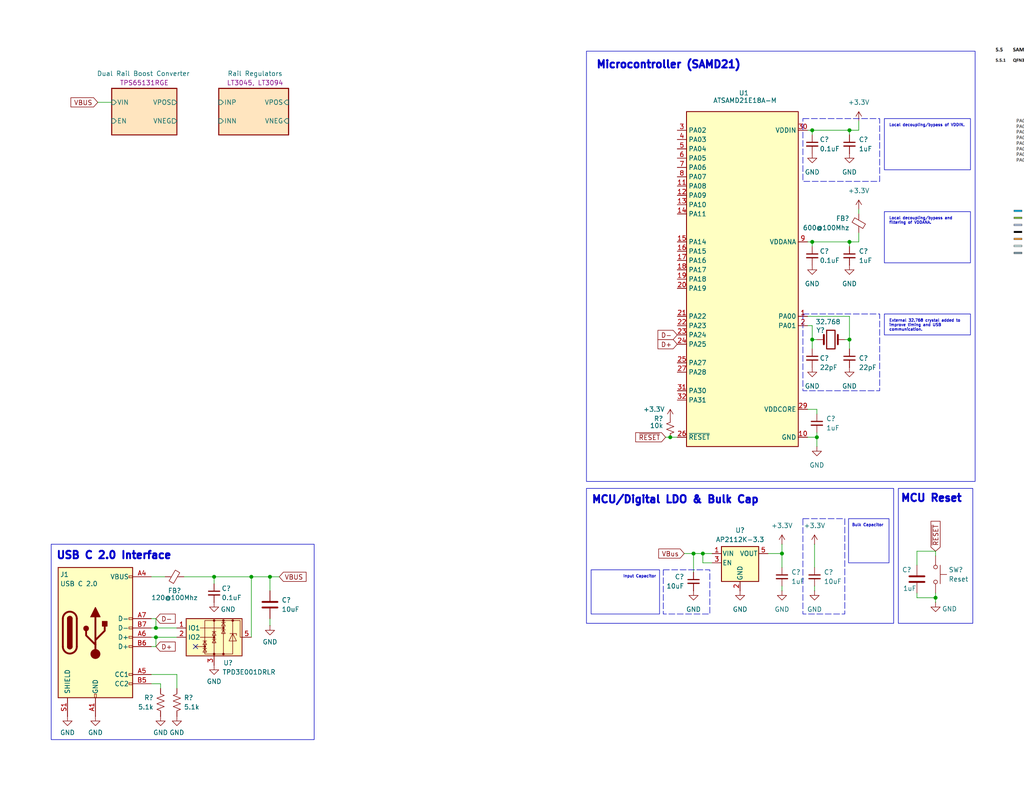
<source format=kicad_sch>
(kicad_sch (version 20250114) (generator "eeschema") (generator_version "9.0")
  (paper "A")
  (title_block (title "Carrier-Wave") (date "2026-02-10") (rev "A") (company "Jacob Wigent"))
  (lib_symbols
    (symbol "Connector:USB_C_Receptacle_USB2.0_14P" (pin_names (offset 1.016))
      (property "Reference" "J1" (at -7.239 15.875 0))
      (property "Value" "USB C 2.0" (at 0.635 13.335 0))
      (symbol "USB_C_Receptacle_USB2.0_14P_0_0"
        (rectangle (start -0.254 -17.78) (end 0.254 -16.764))
        (rectangle (start 10.16 15.494) (end 9.144 14.986))
        (rectangle (start 10.16 4.064) (end 9.144 3.556))
        (rectangle (start 10.16 1.524) (end 9.144 1.016))
        (rectangle (start 10.16 -1.016) (end 9.144 -1.524))
        (rectangle (start 10.16 -3.556) (end 9.144 -4.064))
        (rectangle (start 10.16 -11.176) (end 9.144 -11.684))
        (rectangle (start 10.16 -13.716) (end 9.144 -14.224))
      )
      (symbol "USB_C_Receptacle_USB2.0_14P_0_1"
        (rectangle (start -10.16 17.78) (end 10.16 -17.78) (stroke (width 0.254)) (fill (type background)))
        (polyline (pts (xy -8.89 -3.81) (xy -8.89 3.81)) (stroke (width 0.508)))
        (rectangle (start -7.62 -3.81) (end -6.35 3.81) (stroke (width 0.254)) (fill (type outline)))
        (arc (start -7.62 3.81) (mid -6.985 4.4423) (end -6.35 3.81) (stroke (width 0.254)))
        (arc (start -7.62 3.81) (mid -6.985 4.4423) (end -6.35 3.81) (stroke (width 0.254)) (fill (type outline)))
        (arc (start -8.89 3.81) (mid -6.985 5.7067) (end -5.08 3.81) (stroke (width 0.508)))
        (arc (start -5.08 -3.81) (mid -6.985 -5.7067) (end -8.89 -3.81) (stroke (width 0.508)))
        (arc (start -6.35 -3.81) (mid -6.985 -4.4423) (end -7.62 -3.81) (stroke (width 0.254)))
        (arc (start -6.35 -3.81) (mid -6.985 -4.4423) (end -7.62 -3.81) (stroke (width 0.254)) (fill (type outline)))
        (polyline (pts (xy -5.08 3.81) (xy -5.08 -3.81)) (stroke (width 0.508)))
        (circle (center -2.54 1.143) (radius 0.635) (stroke (width 0.254)) (fill (type outline)))
        (polyline (pts (xy -1.27 4.318) (xy 0 6.858) (xy 1.27 4.318) (xy -1.27 4.318)) (stroke (width 0.254)) (fill (type outline)))
        (polyline (pts (xy 0 -2.032) (xy 2.54 0.508) (xy 2.54 1.778)) (stroke (width 0.508)))
        (polyline (pts (xy 0 -3.302) (xy -2.54 -0.762) (xy -2.54 0.508)) (stroke (width 0.508)))
        (polyline (pts (xy 0 -5.842) (xy 0 4.318)) (stroke (width 0.508)))
        (circle (center 0 -5.842) (radius 1.27) (fill (type outline)))
        (rectangle (start 1.905 1.778) (end 3.175 3.048) (stroke (width 0.254)) (fill (type outline)))
      )
      (symbol "USB_C_Receptacle_USB2.0_14P_1_1"
        (pin passive line (at -7.62 -22.86 90) (length 5.08) (name "SHIELD") (number "S1"))
        (pin passive line (at 0 -22.86 90) (length 5.08) (name "GND") (number "A1"))
        (pin passive line (at 0 -22.86 90) (length 5.08) (hide yes) (name "GND") (number "A12"))
        (pin passive line (at 0 -22.86 90) (length 5.08) (hide yes) (name "GND") (number "B1"))
        (pin passive line (at 0 -22.86 90) (length 5.08) (hide yes) (name "GND") (number "B12"))
        (pin passive line (at 15.24 15.24 180) (length 5.08) (name "VBUS") (number "A4"))
        (pin passive line (at 15.24 15.24 180) (length 5.08) (hide yes) (name "VBUS") (number "A9"))
        (pin passive line (at 15.24 15.24 180) (length 5.08) (hide yes) (name "VBUS") (number "B4"))
        (pin passive line (at 15.24 15.24 180) (length 5.08) (hide yes) (name "VBUS") (number "B9"))
        (pin bidirectional line (at 15.24 3.81 180) (length 5.08) (name "D-") (number "A7"))
        (pin bidirectional line (at 15.24 1.27 180) (length 5.08) (name "D-") (number "B7"))
        (pin bidirectional line (at 15.24 -1.27 180) (length 5.08) (name "D+") (number "A6"))
        (pin bidirectional line (at 15.24 -3.81 180) (length 5.08) (name "D+") (number "B6"))
        (pin bidirectional line (at 15.24 -11.43 180) (length 5.08) (name "CC1") (number "A5"))
        (pin bidirectional line (at 15.24 -13.97 180) (length 5.08) (name "CC2") (number "B5"))
      )
    )
    (symbol "Device:C" (pin_numbers (hide yes)) (pin_names (offset 0.254))
      (property "Reference" "C" (at 0.635 2.54 0))
      (property "Value" "C" (at 0.635 -2.54 0))
      (symbol "C_0_1"
        (polyline (pts (xy -2.032 0.762) (xy 2.032 0.762)) (stroke (width 0.508)))
        (polyline (pts (xy -2.032 -0.762) (xy 2.032 -0.762)) (stroke (width 0.508)))
      )
      (symbol "C_1_1"
        (pin passive line (at 0 3.81 270) (length 2.794) (name "~") (number "1"))
        (pin passive line (at 0 -3.81 90) (length 2.794) (name "~") (number "2"))
      )
    )
    (symbol "Device:C_Small" (pin_numbers (hide yes)) (pin_names (offset 0.254) (hide yes))
      (property "Reference" "C" (at 0.254 1.778 0))
      (property "Value" "C_Small" (at 0.254 -2.032 0))
      (symbol "C_Small_0_1"
        (polyline (pts (xy -1.524 0.508) (xy 1.524 0.508)) (stroke (width 0.3048)))
        (polyline (pts (xy -1.524 -0.508) (xy 1.524 -0.508)) (stroke (width 0.3302)))
      )
      (symbol "C_Small_1_1"
        (pin passive line (at 0 2.54 270) (length 2.032) (name "~") (number "1"))
        (pin passive line (at 0 -2.54 90) (length 2.032) (name "~") (number "2"))
      )
    )
    (symbol "Device:Crystal" (pin_numbers (hide yes)) (pin_names (offset 1.016) (hide yes))
      (property "Reference" "Y" (at 0 3.81 0))
      (property "Value" "Crystal" (at 0 -3.81 0))
      (symbol "Crystal_0_1"
        (polyline (pts (xy -2.54 0) (xy -1.905 0)))
        (polyline (pts (xy -1.905 -1.27) (xy -1.905 1.27)) (stroke (width 0.508)))
        (rectangle (start -1.143 2.54) (end 1.143 -2.54) (stroke (width 0.3048)))
        (polyline (pts (xy 1.905 -1.27) (xy 1.905 1.27)) (stroke (width 0.508)))
        (polyline (pts (xy 2.54 0) (xy 1.905 0)))
      )
      (symbol "Crystal_1_1"
        (pin passive line (at -3.81 0 0) (length 1.27) (name "1") (number "1"))
        (pin passive line (at 3.81 0 180) (length 1.27) (name "2") (number "2"))
      )
    )
    (symbol "Device:FerriteBead_Small" (pin_numbers (hide yes)) (pin_names (offset 0))
      (property "Reference" "FB" (at 1.905 1.27 0))
      (property "Value" "FerriteBead_Small" (at 1.905 -1.27 0))
      (symbol "FerriteBead_Small_0_1"
        (polyline (pts (xy -1.8288 0.2794) (xy -1.1176 1.4986) (xy 1.8288 -0.2032) (xy 1.1176 -1.4224) (xy -1.8288 0.2794)))
        (polyline (pts (xy 0 0.889) (xy 0 1.2954)))
        (polyline (pts (xy 0 -1.27) (xy 0 -0.7874)))
      )
      (symbol "FerriteBead_Small_1_1"
        (pin passive line (at 0 2.54 270) (length 1.27) (name "~") (number "1"))
        (pin passive line (at 0 -2.54 90) (length 1.27) (name "~") (number "2"))
      )
    )
    (symbol "Device:R_Small_US" (pin_numbers (hide yes)) (pin_names (offset 0.254) (hide yes))
      (property "Reference" "R" (at 0.762 0.508 0))
      (property "Value" "R_Small_US" (at 0.762 -1.016 0))
      (symbol "R_Small_US_1_1"
        (polyline (pts (xy 0 1.524) (xy 1.016 1.143) (xy 0 0.762) (xy -1.016 0.381) (xy 0 0)))
        (polyline (pts (xy 0 0) (xy 1.016 -0.381) (xy 0 -0.762) (xy -1.016 -1.143) (xy 0 -1.524)))
        (pin passive line (at 0 2.54 270) (length 1.016) (name "~") (number "1"))
        (pin passive line (at 0 -2.54 90) (length 1.016) (name "~") (number "2"))
      )
    )
    (symbol "Device:R_US" (pin_numbers (hide yes)) (pin_names (offset 0))
      (property "Reference" "R" (at 2.54 0 90))
      (property "Value" "R_US" (at -2.54 0 90))
      (symbol "R_US_0_1"
        (polyline (pts (xy 0 2.286) (xy 0 2.54)))
        (polyline (pts (xy 0 2.286) (xy 1.016 1.905) (xy 0 1.524) (xy -1.016 1.143) (xy 0 0.762)))
        (polyline (pts (xy 0 0.762) (xy 1.016 0.381) (xy 0 0) (xy -1.016 -0.381) (xy 0 -0.762)))
        (polyline (pts (xy 0 -0.762) (xy 1.016 -1.143) (xy 0 -1.524) (xy -1.016 -1.905) (xy 0 -2.286)))
        (polyline (pts (xy 0 -2.286) (xy 0 -2.54)))
      )
      (symbol "R_US_1_1"
        (pin passive line (at 0 3.81 270) (length 1.27) (name "~") (number "1"))
        (pin passive line (at 0 -3.81 90) (length 1.27) (name "~") (number "2"))
      )
    )
    (symbol "MCU_Microchip_SAMD:ATSAMD21E18A-M"
      (property "Reference" "U1" (at 1.778 50.8 0))
      (property "Value" "ATSAMD21E18A-M" (at 9.398 48.768 0))
      (symbol "ATSAMD21E18A-M_1_1"
        (rectangle (start -15.24 45.72) (end 15.24 -45.72) (stroke (width 0.254)) (fill (type background)))
        (pin bidirectional line (at -17.78 40.64 0) (length 2.54) (name "PA02") (number "3"))
        (pin bidirectional line (at -17.78 38.1 0) (length 2.54) (name "PA03") (number "4"))
        (pin bidirectional line (at -17.78 35.56 0) (length 2.54) (name "PA04") (number "5"))
        (pin bidirectional line (at -17.78 33.02 0) (length 2.54) (name "PA05") (number "6"))
        (pin bidirectional line (at -17.78 30.48 0) (length 2.54) (name "PA06") (number "7"))
        (pin bidirectional line (at -17.78 27.94 0) (length 2.54) (name "PA07") (number "8"))
        (pin bidirectional line (at -17.78 25.4 0) (length 2.54) (name "PA08") (number "11"))
        (pin bidirectional line (at -17.78 22.86 0) (length 2.54) (name "PA09") (number "12"))
        (pin bidirectional line (at -17.78 20.32 0) (length 2.54) (name "PA10") (number "13"))
        (pin bidirectional line (at -17.78 17.78 0) (length 2.54) (name "PA11") (number "14"))
        (pin bidirectional line (at -17.78 10.16 0) (length 2.54) (name "PA14") (number "15"))
        (pin bidirectional line (at -17.78 7.62 0) (length 2.54) (name "PA15") (number "16"))
        (pin bidirectional line (at -17.78 5.08 0) (length 2.54) (name "PA16") (number "17"))
        (pin bidirectional line (at -17.78 2.54 0) (length 2.54) (name "PA17") (number "18"))
        (pin bidirectional line (at -17.78 0 0) (length 2.54) (name "PA18") (number "19"))
        (pin bidirectional line (at -17.78 -2.54 0) (length 2.54) (name "PA19") (number "20"))
        (pin bidirectional line (at -17.78 -10.16 0) (length 2.54) (name "PA22") (number "21"))
        (pin bidirectional line (at -17.78 -12.7 0) (length 2.54) (name "PA23") (number "22"))
        (pin bidirectional line (at -17.78 -15.24 0) (length 2.54) (name "PA24") (number "23"))
        (pin bidirectional line (at -17.78 -17.78 0) (length 2.54) (name "PA25") (number "24"))
        (pin bidirectional line (at -17.78 -22.86 0) (length 2.54) (name "PA27") (number "25"))
        (pin bidirectional line (at -17.78 -25.4 0) (length 2.54) (name "PA28") (number "27"))
        (pin bidirectional line (at -17.78 -30.48 0) (length 2.54) (name "PA30") (number "31"))
        (pin bidirectional line (at -17.78 -33.02 0) (length 2.54) (name "PA31") (number "32"))
        (pin input line (at -17.78 -43.18 0) (length 2.54) (name "~{RESET}") (number "26"))
        (pin power_in line (at 17.78 40.64 180) (length 2.54) (name "VDDIN") (number "30"))
        (pin power_in line (at 17.78 10.16 180) (length 2.54) (name "VDDANA") (number "9"))
        (pin bidirectional line (at 17.78 -10.16 180) (length 2.54) (name "PA00") (number "1"))
        (pin bidirectional line (at 17.78 -12.7 180) (length 2.54) (name "PA01") (number "2"))
        (pin power_out line (at 17.78 -35.56 180) (length 2.54) (name "VDDCORE") (number "29"))
        (pin power_in line (at 17.78 -43.18 180) (length 2.54) (name "GND") (number "10"))
        (pin passive line (at 17.78 -43.18 180) (length 2.54) (hide yes) (name "GND") (number "28"))
        (pin passive line (at 17.78 -43.18 180) (length 2.54) (hide yes) (name "EP") (number "33"))
      )
    )
    (symbol "Power_Protection:TPD3E001DRLR"
      (property "Reference" "U?" (at 0 8.89 0))
      (property "Value" "TPD3E001DRLR" (at 0 6.35 0))
      (symbol "TPD3E001DRLR_0_1"
        (rectangle (start -7.62 5.08) (end 7.62 -5.08) (stroke (width 0.254)) (fill (type background)))
        (polyline (pts (xy -7.62 0) (xy -7.112 0) (xy -7.112 4.572) (xy -5.08 4.572)))
        (circle (center -5.08 4.572) (radius 0.254) (fill (type outline)))
        (polyline (pts (xy -5.08 1.016) (xy -6.096 -1.016) (xy -4.064 -1.016) (xy -5.08 1.016)))
        (polyline (pts (xy -4.318 1.016) (xy -6.096 1.016) (xy -6.096 0.508)))
        (circle (center -2.54 4.572) (radius 0.254) (fill (type outline)))
        (polyline (pts (xy -2.54 4.572) (xy -2.54 -4.572)))
        (polyline (pts (xy -2.54 4.064) (xy -3.048 3.048) (xy -2.032 3.048) (xy -2.54 4.064)))
        (circle (center -2.54 2.54) (radius 0.254) (fill (type outline)))
        (polyline (pts (xy -2.54 2.54) (xy 3.81 2.54)))
        (polyline (pts (xy -2.54 2.032) (xy -3.048 1.016) (xy -2.032 1.016) (xy -2.54 2.032)))
        (circle (center -2.54 -4.572) (radius 0.254) (fill (type outline)))
        (polyline (pts (xy -2.032 4.064) (xy -3.048 4.064)))
        (polyline (pts (xy -2.032 2.032) (xy -3.048 2.032)))
        (circle (center 0 4.572) (radius 0.254) (fill (type outline)))
        (polyline (pts (xy 0 1.524) (xy -0.508 0.508) (xy 0.508 0.508) (xy 0 1.524)))
        (polyline (pts (xy 0 0) (xy 3.81 0)))
        (circle (center 0 0) (radius 0.254) (fill (type outline)))
        (polyline (pts (xy 0 -0.508) (xy -0.508 -1.524) (xy 0.508 -1.524) (xy 0 -0.508)))
        (circle (center 0 -4.572) (radius 0.254) (fill (type outline)))
        (polyline (pts (xy 0 -5.08) (xy 0 4.572)))
        (polyline (pts (xy 0.508 1.524) (xy -0.508 1.524)))
        (polyline (pts (xy 0.508 -0.508) (xy -0.508 -0.508)))
        (polyline (pts (xy 2.54 -1.016) (xy 2.032 -2.032) (xy 3.048 -2.032) (xy 2.54 -1.016)))
        (polyline (pts (xy 2.54 -2.54) (xy 5.08 -2.54)))
        (circle (center 2.54 -2.54) (radius 0.254) (fill (type outline)))
        (polyline (pts (xy 2.54 -3.048) (xy 2.032 -4.064) (xy 3.048 -4.064) (xy 2.54 -3.048)))
        (rectangle (start 2.54 -4.572) (end -5.08 4.572))
        (polyline (pts (xy 3.048 -1.016) (xy 2.032 -1.016)))
        (polyline (pts (xy 3.048 -3.048) (xy 2.032 -3.048)))
      )
      (symbol "TPD3E001DRLR_1_1"
        (pin passive line (at -10.16 0 0) (length 2.54) (name "~") (number "5"))
        (pin passive line (at 0 -7.62 90) (length 2.54) (name "~") (number "3"))
        (pin passive line (at 5.08 -2.54 180) (length 2.54) (hide yes) (name "IO3") (number "4"))
        (pin passive line (at 10.16 2.54 180) (length 2.54) (name "IO1") (number "1"))
        (pin passive line (at 10.16 0 180) (length 2.54) (name "IO2") (number "2"))
      )
    )
    (symbol "Regulator_Linear:AP2112K-3.3" (pin_names (offset 0.254))
      (property "Reference" "U" (at -5.08 5.715 0))
      (property "Value" "AP2112K-3.3" (at 0 5.715 0))
      (symbol "AP2112K-3.3_0_1"
        (rectangle (start -5.08 4.445) (end 5.08 -5.08) (stroke (width 0.254)) (fill (type background)))
      )
      (symbol "AP2112K-3.3_1_1"
        (pin power_in line (at -7.62 2.54 0) (length 2.54) (name "VIN") (number "1"))
        (pin input line (at -7.62 0 0) (length 2.54) (name "EN") (number "3"))
        (pin power_in line (at 0 -7.62 90) (length 2.54) (name "GND") (number "2"))
        (pin no_connect line (at 5.08 0 180) (length 2.54) (hide yes) (name "NC") (number "4"))
        (pin power_out line (at 7.62 2.54 180) (length 2.54) (name "VOUT") (number "5"))
      )
    )
    (symbol "Switch:SW_Push" (pin_numbers (hide yes)) (pin_names (offset 1.016) (hide yes))
      (property "Reference" "SW" (at 1.27 2.54 0))
      (property "Value" "SW_Push" (at 0 -1.524 0))
      (symbol "SW_Push_0_1"
        (circle (center -2.032 0) (radius 0.508))
        (polyline (pts (xy 0 1.27) (xy 0 3.048)))
        (circle (center 2.032 0) (radius 0.508))
        (polyline (pts (xy 2.54 1.27) (xy -2.54 1.27)))
        (pin passive line (at -5.08 0 0) (length 2.54) (name "1") (number "1"))
        (pin passive line (at 5.08 0 180) (length 2.54) (name "2") (number "2"))
      )
    )
    (symbol "power:+3.3V" (power) (pin_numbers (hide yes)) (pin_names (offset 0) (hide yes))
      (property "Value" "+3.3V" (at 0 3.556 0))
      (symbol "+3.3V_0_1"
        (polyline (pts (xy -0.762 1.27) (xy 0 2.54)))
        (polyline (pts (xy 0 2.54) (xy 0.762 1.27)))
        (polyline (pts (xy 0 0) (xy 0 2.54)))
      )
      (symbol "+3.3V_1_1"
        (pin power_in line (at 0 0 90) (length 0) (name "~") (number "1"))
      )
    )
    (symbol "power:GND" (power) (pin_numbers (hide yes)) (pin_names (offset 0) (hide yes))
      (property "Value" "GND" (at 0 -3.81 0))
      (symbol "GND_0_1"
        (polyline (pts (xy 0 0) (xy 0 -1.27) (xy 1.27 -1.27) (xy 0 -2.54) (xy -1.27 -1.27) (xy 0 -1.27)))
      )
      (symbol "GND_1_1"
        (pin power_in line (at 0 0 270) (length 0) (name "~") (number "1"))
      )
    )
  )
  (rectangle (start 180.975 155.575) (end 193.675 167.64) (stroke (width 0) (type dash)))
  (rectangle (start 219.075 141.605) (end 230.505 167.64) (stroke (width 0) (type dash)))
  (rectangle (start 241.3 32.385) (end 264.795 46.355))
  (rectangle (start 219.075 85.725) (end 240.03 106.68) (stroke (width 0) (type dash)))
  (rectangle (start 160.02 13.97) (end 266.065 131.445))
  (rectangle (start 241.3 85.725) (end 264.795 91.44))
  (rectangle (start 160.02 133.35) (end 243.8401 170.18))
  (rectangle (start 219.075 32.385) (end 240.03 49.53) (stroke (width 0) (type dash)))
  (rectangle (start 161.29 155.575) (end 179.959 167.64))
  (rectangle (start 241.3 57.785) (end 264.795 71.755))
  (rectangle (start 245.1099 133.35) (end 265.43 170.18))
  (rectangle (start 13.97 148.59) (end 85.725 201.93))
  (rectangle (start 231.521 141.605) (end 242.57 153.67))
  (text "Bulk Capacitor" (at 232.41 143.51 0) (effects (font (size 0.762 0.762) (thickness 0.1524) (bold yes)) (justify left)))
  (text "External 32.768 crystal added to\nimprove timing and USB\ncommunication." (at 242.57 88.9 0) (effects (font (size 0.762 0.762) (thickness 0.1524) (bold yes)) (justify left)))
  (text "Local decoupling/bypass and\nfiltering of VDDANA." (at 242.57 60.325 0) (effects (font (size 0.762 0.762) (thickness 0.1524) (bold yes)) (justify left)))
  (text "Input Capacitor\n" (at 179.07 157.48 0) (effects (font (size 0.762 0.762) (thickness 0.1524) (bold yes)) (justify right)))
  (text "Local decoupling/bypass of VDDIN." (at 242.57 34.29 0) (effects (font (size 0.762 0.762) (thickness 0.1524) (bold yes)) (justify left)))
  (text "Microcontroller (SAMD21)" (at 162.56 17.78 0) (effects (font (size 2.032 2.032) (thickness 0.6096) (bold yes)) (justify left)))
  (text "USB C 2.0 Interface" (at 15.24 151.765 0) (effects (font (size 2.032 2.032) (thickness 0.6096) (bold yes)) (justify left)))
  (text "MCU/Digital LDO & Bulk Cap" (at 161.29 136.525 0) (effects (font (size 2.032 2.032) (thickness 0.6096) (bold yes)) (justify left)))
  (text "MCU Reset" (at 245.618 136.144 0) (effects (font (size 2.032 2.032) (thickness 0.6096) (bold yes)) (justify left)))
  (junction (at 221.615 92.71))
  (junction (at 191.77 151.13))
  (junction (at 222.885 119.38))
  (junction (at 213.36 151.13))
  (junction (at 221.615 66.04))
  (junction (at 42.545 173.99))
  (junction (at 68.58 157.48))
  (junction (at 255.27 163.195))
  (junction (at 189.23 151.13))
  (junction (at 231.775 66.04))
  (junction (at 182.88 119.38))
  (junction (at 231.775 92.71))
  (junction (at 231.775 35.56))
  (junction (at 58.42 157.48))
  (junction (at 73.66 157.48))
  (junction (at 221.615 35.56))
  (junction (at 42.545 171.45))
  (no_connect (at 53.34 176.53))
  (wire (pts (xy 222.885 119.38) (xy 222.885 121.92)))
  (wire (pts (xy 186.69 151.13) (xy 189.23 151.13)))
  (wire (pts (xy 182.88 119.38) (xy 184.785 119.38)))
  (wire (pts (xy 50.165 157.48) (xy 58.42 157.48)))
  (wire (pts (xy 255.27 164.465) (xy 255.27 163.195)))
  (wire (pts (xy 181.61 119.38) (xy 182.88 119.38)))
  (wire (pts (xy 213.36 154.94) (xy 213.36 151.13)))
  (wire (pts (xy 234.315 63.5) (xy 234.315 66.04)))
  (wire (pts (xy 220.345 111.76) (xy 222.885 111.76)))
  (wire (pts (xy 255.27 150.495) (xy 255.27 151.765)))
  (wire (pts (xy 234.315 35.56) (xy 231.775 35.56)))
  (wire (pts (xy 73.66 157.48) (xy 73.66 161.29)))
  (wire (pts (xy 220.345 86.36) (xy 231.775 86.36)))
  (wire (pts (xy 191.77 151.13) (xy 194.31 151.13)))
  (wire (pts (xy 234.315 57.15) (xy 234.315 58.42)))
  (wire (pts (xy 220.345 119.38) (xy 222.885 119.38)))
  (wire (pts (xy 255.27 163.195) (xy 250.19 163.195)))
  (wire (pts (xy 231.775 66.04) (xy 231.775 67.31)))
  (wire (pts (xy 41.275 168.91) (xy 42.545 168.91)))
  (wire (pts (xy 231.775 92.71) (xy 230.505 92.71)))
  (wire (pts (xy 221.615 92.71) (xy 222.885 92.71)))
  (wire (pts (xy 221.615 92.71) (xy 221.615 95.25)))
  (wire (pts (xy 222.25 160.02) (xy 222.25 161.29)))
  (wire (pts (xy 68.58 157.48) (xy 73.66 157.48)))
  (wire (pts (xy 221.615 88.9) (xy 221.615 92.71)))
  (wire (pts (xy 189.23 151.13) (xy 189.23 156.21)))
  (wire (pts (xy 191.77 153.67) (xy 194.31 153.67)))
  (wire (pts (xy 41.275 184.15) (xy 48.26 184.15)))
  (wire (pts (xy 231.775 86.36) (xy 231.775 92.71)))
  (wire (pts (xy 42.545 176.53) (xy 42.545 173.99)))
  (wire (pts (xy 68.58 157.48) (xy 68.58 173.99)))
  (wire (pts (xy 220.345 88.9) (xy 221.615 88.9)))
  (wire (pts (xy 250.19 150.495) (xy 250.19 154.305)))
  (wire (pts (xy 221.615 35.56) (xy 231.775 35.56)))
  (wire (pts (xy 213.36 160.02) (xy 213.36 161.29)))
  (wire (pts (xy 234.315 33.02) (xy 234.315 35.56)))
  (wire (pts (xy 41.275 157.48) (xy 45.085 157.48)))
  (wire (pts (xy 42.545 171.45) (xy 48.26 171.45)))
  (wire (pts (xy 58.42 157.48) (xy 58.42 159.385)))
  (wire (pts (xy 220.345 66.04) (xy 221.615 66.04)))
  (wire (pts (xy 255.27 161.925) (xy 255.27 163.195)))
  (wire (pts (xy 73.66 170.815) (xy 73.66 168.91)))
  (wire (pts (xy 213.36 148.59) (xy 213.36 151.13)))
  (wire (pts (xy 41.275 171.45) (xy 42.545 171.45)))
  (wire (pts (xy 48.26 184.15) (xy 48.26 187.96)))
  (wire (pts (xy 73.66 157.48) (xy 76.2 157.48)))
  (wire (pts (xy 41.275 173.99) (xy 42.545 173.99)))
  (wire (pts (xy 221.615 66.04) (xy 221.615 67.31)))
  (wire (pts (xy 26.67 27.94) (xy 30.48 27.94)))
  (wire (pts (xy 42.545 168.91) (xy 42.545 171.45)))
  (wire (pts (xy 42.545 173.99) (xy 48.26 173.99)))
  (wire (pts (xy 58.42 157.48) (xy 68.58 157.48)))
  (wire (pts (xy 221.615 66.04) (xy 231.775 66.04)))
  (wire (pts (xy 220.345 35.56) (xy 221.615 35.56)))
  (wire (pts (xy 191.77 151.13) (xy 191.77 153.67)))
  (wire (pts (xy 43.815 186.69) (xy 43.815 187.96)))
  (wire (pts (xy 231.775 92.71) (xy 231.775 95.25)))
  (wire (pts (xy 222.885 118.11) (xy 222.885 119.38)))
  (wire (pts (xy 209.55 151.13) (xy 213.36 151.13)))
  (wire (pts (xy 222.885 111.76) (xy 222.885 113.03)))
  (wire (pts (xy 255.27 150.495) (xy 250.19 150.495)))
  (wire (pts (xy 221.615 35.56) (xy 221.615 36.83)))
  (wire (pts (xy 250.19 163.195) (xy 250.19 161.925)))
  (wire (pts (xy 189.23 151.13) (xy 191.77 151.13)))
  (wire (pts (xy 41.275 176.53) (xy 42.545 176.53)))
  (wire (pts (xy 231.775 35.56) (xy 231.775 36.83)))
  (wire (pts (xy 41.275 186.69) (xy 43.815 186.69)))
  (wire (pts (xy 222.25 148.59) (xy 222.25 154.94)))
  (wire (pts (xy 234.315 66.04) (xy 231.775 66.04)))
  (image (at 294.005 41.91) (scale 0.316356))
  (global_label "~{RESET}" (shape input) (at 255.27 150.495 90) (property "Intersheetrefs" "${INTERSHEET_REFS}" (effects (hide yes))))
  (global_label "D-" (shape input) (at 42.545 168.91 0) (property "Intersheetrefs" "${INTERSHEET_REFS}" (effects (hide yes))))
  (global_label "VBUS" (shape input) (at 76.2 157.48 0) (property "Intersheetrefs" "${INTERSHEET_REFS}" (effects (hide yes))))
  (global_label "D-" (shape input) (at 184.785 91.44 180) (property "Intersheetrefs" "${INTERSHEET_REFS}" (effects (hide yes))))
  (global_label "D+" (shape input) (at 184.785 93.98 180) (property "Intersheetrefs" "${INTERSHEET_REFS}" (effects (hide yes))))
  (global_label "VBUS" (shape input) (at 26.67 27.94 180) (property "Intersheetrefs" "${INTERSHEET_REFS}" (effects (hide yes))))
  (global_label "D+" (shape input) (at 42.545 176.53 0) (property "Intersheetrefs" "${INTERSHEET_REFS}" (effects (hide yes))))
  (global_label "VBus" (shape input) (at 186.69 151.13 180) (property "Intersheetrefs" "${INTERSHEET_REFS}" (effects (hide yes))))
  (global_label "~{RESET}" (shape input) (at 181.61 119.38 180) (property "Intersheetrefs" "${INTERSHEET_REFS}" (effects (hide yes))))
  (symbol (lib_id "power:GND") (at 26.035 195.58 0) (unit 1)
    (property "Reference" "#PWR0114" (effects (hide yes)))
    (property "Value" "GND" (at 26.035 200.025 0))
    (property "Description" "Power symbol creates a global label with name \"GND\" , ground" (effects (hide yes)))
  )
  (symbol (lib_id "power:GND") (at 231.775 41.91 0) (unit 1)
    (property "Reference" "#PWR0108" (effects (hide yes)))
    (property "Value" "GND" (at 231.775 46.99 0))
    (property "Description" "Power symbol creates a global label with name \"GND\" , ground" (effects (hide yes)))
  )
  (symbol (lib_id "power:GND") (at 255.27 164.465 0) (unit 1)
    (property "Reference" "#PWR037" (effects (hide yes)))
    (property "Value" "GND" (at 259.08 166.243 0))
    (property "Description" "Power symbol creates a global label with name \"GND\" , ground" (effects (hide yes)))
  )
  (symbol (lib_id "power:GND") (at 221.615 72.39 0) (unit 1)
    (property "Reference" "#PWR0110" (effects (hide yes)))
    (property "Value" "GND" (at 221.615 77.47 0))
    (property "Description" "Power symbol creates a global label with name \"GND\" , ground" (effects (hide yes)))
  )
  (symbol (lib_id "Device:C_Small") (at 231.775 97.79 0) (unit 1)
    (property "Reference" "C?" (at 234.315 97.79 0) (effects (justify left)))
    (property "Value" "22pF" (at 234.315 100.33 0) (effects (justify left)))
    (property "Description" "Unpolarized capacitor, small symbol" (effects (hide yes)))
  )
  (symbol (lib_id "Device:R_US") (at 43.815 191.77 0) (unit 1)
    (property "Reference" "R?" (at 41.91 190.4999 0) (effects (justify right)))
    (property "Value" "5.1k" (at 41.91 193.0399 0) (effects (justify right)))
    (property "Description" "Resistor, US symbol" (effects (hide yes)))
  )
  (symbol (lib_id "Device:C_Small") (at 231.775 39.37 0) (unit 1)
    (property "Reference" "C?" (at 234.315 38.1062 0) (effects (justify left)))
    (property "Value" "1uF" (at 234.315 40.6462 0) (effects (justify left)))
    (property "Description" "Unpolarized capacitor, small symbol" (effects (hide yes)))
  )
  (symbol (lib_id "Device:C") (at 73.66 165.1 0) (unit 1)
    (property "Reference" "C?" (at 76.835 163.8299 0) (effects (justify left)))
    (property "Value" "10uF" (at 76.835 166.3699 0) (effects (justify left)))
    (property "Description" "Unpolarized capacitor" (effects (hide yes)))
  )
  (symbol (lib_id "power:GND") (at 231.775 100.33 0) (unit 1)
    (property "Reference" "#PWR0113" (effects (hide yes)))
    (property "Value" "GND" (at 231.775 105.41 0))
    (property "Description" "Power symbol creates a global label with name \"GND\" , ground" (effects (hide yes)))
  )
  (symbol (lib_id "power:+3.3V") (at 213.36 148.59 0) (unit 1)
    (property "Reference" "#PWR0105" (effects (hide yes)))
    (property "Value" "+3.3V" (at 213.36 143.51 0))
    (property "Description" "Power symbol creates a global label with name \"+3.3V\"" (effects (hide yes)))
  )
  (symbol (lib_id "Device:C") (at 250.19 158.115 0) (unit 1)
    (property "Reference" "C?" (at 246.126 155.575 0) (effects (justify left)))
    (property "Value" "1uF" (at 246.38 160.655 0) (effects (justify left)))
    (property "Footprint" "Capacitor_SMD:C_0805_2012Metric_Pad1.18x1.45mm_HandSolder" (effects (hide yes)))
    (property "Description" "Unpolarized capacitor" (effects (hide yes)))
  )
  (symbol (lib_id "Device:C_Small") (at 222.25 157.48 0) (unit 1)
    (property "Reference" "C?" (at 224.79 156.2162 0) (effects (justify left)))
    (property "Value" "10uF" (at 224.79 158.7562 0) (effects (justify left)))
    (property "Description" "Unpolarized capacitor, small symbol" (effects (hide yes)))
  )
  (symbol (lib_id "MCU_Microchip_SAMD:ATSAMD21E18A-M") (at 202.565 76.2 0) (unit 1)
    (property "Reference" "U1" (at 204.343 25.4 0) (effects (justify right)))
    (property "Value" "ATSAMD21E18A-M" (at 211.963 27.432 0) (effects (justify right)))
    (property "Footprint" "Package_DFN_QFN:QFN-32-1EP_5x5mm_P0.5mm_EP3.6x3.6mm" (effects (hide yes)))
    (property "Datasheet" "http://ww1.microchip.com/downloads/en/DeviceDoc/SAM_D21_DA1_Family_Data%20Sheet_DS40001882E.pdf" (effects (hide yes)))
    (property "Description" "SAM D21 Microchip SMART ARM-based Flash MCU, 48Mhz, 256K Flash, 32K SRAM, QFN-32" (effects (hide yes)))
  )
  (symbol (lib_id "power:GND") (at 48.26 195.58 0) (unit 1)
    (property "Reference" "#PWR0118" (effects (hide yes)))
    (property "Value" "GND" (at 48.26 200.025 0))
    (property "Description" "Power symbol creates a global label with name \"GND\" , ground" (effects (hide yes)))
  )
  (symbol (lib_id "power:GND") (at 222.885 121.92 0) (unit 1)
    (property "Reference" "#PWR03" (effects (hide yes)))
    (property "Value" "GND" (at 222.885 127 0))
    (property "Description" "Power symbol creates a global label with name \"GND\" , ground" (effects (hide yes)))
  )
  (symbol (lib_id "power:GND") (at 201.93 161.29 0) (unit 1)
    (property "Reference" "#PWR0101" (effects (hide yes)))
    (property "Value" "GND" (at 201.93 166.37 0))
    (property "Description" "Power symbol creates a global label with name \"GND\" , ground" (effects (hide yes)))
  )
  (symbol (lib_id "Device:Crystal") (at 226.695 92.71 0) (mirror x) (unit 1)
    (property "Reference" "Y?" (at 223.901 90.17 0))
    (property "Value" "32.768" (at 225.933 87.884 0))
    (property "Description" "Two pin crystal" (effects (hide yes)))
  )
  (symbol (lib_id "Connector:USB_C_Receptacle_USB2.0_14P") (at 26.035 172.72 0) (unit 1)
    (property "Reference" "J1" (at 18.796 156.845 0) (effects (justify right)))
    (property "Value" "USB C 2.0" (at 26.67 159.385 0) (effects (justify right)))
    (property "Footprint" "Connector_USB:USB_C_Receptacle_G-Switch_GT-USB-7010ASV" (effects (hide yes)))
    (property "Datasheet" "https://www.usb.org/sites/default/files/documents/usb_type-c.zip" (effects (hide yes)))
    (property "Description" "USB 2.0-only 14P Type-C Receptacle connector" (effects (hide yes)))
  )
  (symbol (lib_id "Power_Protection:TPD3E001DRLR") (at 58.42 173.99 0) (mirror y) (unit 1)
    (property "Reference" "U?" (at 62.23 180.975 0))
    (property "Value" "TPD3E001DRLR" (at 67.945 183.515 0))
    (property "Footprint" "Package_TO_SOT_SMD:SOT-553" (effects (hide yes)))
    (property "Datasheet" "http://www.ti.com/lit/ds/symlink/tpd3e001.pdf" (effects (hide yes)))
    (property "Description" "TPD3E001 Low-Capacitance 3-Channel ESD-Protection for High-Speed Data Interfaces" (effects (hide yes)))
  )
  (symbol (lib_id "Switch:SW_Push") (at 255.27 156.845 270) (unit 1)
    (property "Reference" "SW?" (at 258.826 155.575 90) (effects (justify left)))
    (property "Value" "Reset" (at 258.826 158.115 90) (effects (justify left)))
    (property "Footprint" "Button_Switch_SMD:SW_SPST_PTS810" (effects (hide yes)))
    (property "Datasheet" "https://www.digikey.com/en/products/detail/c-k/PTS810SJM250SMTR-LFS/4176610" (effects (hide yes)))
    (property "Description" "Push button switch, generic, two pins" (effects (hide yes)))
  )
  (symbol (lib_id "power:+3.3V") (at 234.315 57.15 0) (unit 1)
    (property "Reference" "#PWR0109" (effects (hide yes)))
    (property "Value" "+3.3V" (at 234.315 52.07 0))
    (property "Description" "Power symbol creates a global label with name \"+3.3V\"" (effects (hide yes)))
  )
  (symbol (lib_id "power:GND") (at 213.36 161.29 0) (unit 1)
    (property "Reference" "#PWR0103" (effects (hide yes)))
    (property "Value" "GND" (at 213.36 166.37 0))
    (property "Description" "Power symbol creates a global label with name \"GND\" , ground" (effects (hide yes)))
  )
  (symbol (lib_id "Device:R_US") (at 48.26 191.77 0) (mirror y) (unit 1)
    (property "Reference" "R?" (at 50.165 190.4999 0) (effects (justify right)))
    (property "Value" "5.1k" (at 50.165 193.0399 0) (effects (justify right)))
    (property "Description" "Resistor, US symbol" (effects (hide yes)))
  )
  (symbol (lib_id "Device:C_Small") (at 231.775 69.85 0) (unit 1)
    (property "Reference" "C?" (at 234.315 68.5862 0) (effects (justify left)))
    (property "Value" "1uF" (at 234.315 71.1262 0) (effects (justify left)))
    (property "Description" "Unpolarized capacitor, small symbol" (effects (hide yes)))
  )
  (symbol (lib_id "Device:R_Small_US") (at 182.88 116.84 0) (mirror y) (unit 1)
    (property "Reference" "R?" (at 180.975 114.3 0) (effects (justify left)))
    (property "Value" "10k" (at 180.975 116.205 0) (effects (justify left)))
    (property "Description" "Resistor, small US symbol" (effects (hide yes)))
  )
  (symbol (lib_id "Device:C_Small") (at 221.615 69.85 0) (unit 1)
    (property "Reference" "C?" (at 223.647 68.58 0) (effects (justify left)))
    (property "Value" "0.1uF" (at 223.647 71.12 0) (effects (justify left)))
    (property "Description" "Unpolarized capacitor, small symbol" (effects (hide yes)))
  )
  (symbol (lib_id "power:+3.3V") (at 234.315 33.02 0) (unit 1)
    (property "Reference" "#PWR01" (effects (hide yes)))
    (property "Value" "+3.3V" (at 234.315 27.94 0))
    (property "Description" "Power symbol creates a global label with name \"+3.3V\"" (effects (hide yes)))
  )
  (symbol (lib_id "power:+3.3V") (at 222.25 148.59 0) (unit 1)
    (property "Reference" "#PWR0106" (effects (hide yes)))
    (property "Value" "+3.3V" (at 222.25 143.51 0))
    (property "Description" "Power symbol creates a global label with name \"+3.3V\"" (effects (hide yes)))
  )
  (symbol (lib_id "Device:FerriteBead_Small") (at 47.625 157.48 90) (unit 1)
    (property "Reference" "FB?" (at 47.625 161.29 90))
    (property "Value" "120@100Mhz" (at 47.625 163.195 90))
    (property "Footprint" "Inductor_SMD:L_0805_2012Metric_Pad1.05x1.20mm_HandSolder" (effects (hide yes)))
    (property "Datasheet" "https://www.digikey.com/en/products/detail/murata-electronics/BLM21AG121BH1D/10695398" (effects (hide yes)))
    (property "Description" "Ferrite bead, small symbol" (effects (hide yes)))
  )
  (symbol (lib_id "power:GND") (at 222.25 161.29 0) (unit 1)
    (property "Reference" "#PWR0104" (effects (hide yes)))
    (property "Value" "GND" (at 222.25 166.37 0))
    (property "Description" "Power symbol creates a global label with name \"GND\" , ground" (effects (hide yes)))
  )
  (symbol (lib_id "Device:C_Small") (at 58.42 161.925 0) (unit 1)
    (property "Reference" "C?" (at 60.452 160.655 0) (effects (justify left)))
    (property "Value" "0.1uF" (at 60.452 163.195 0) (effects (justify left)))
    (property "Description" "Unpolarized capacitor, small symbol" (effects (hide yes)))
  )
  (symbol (lib_id "power:GND") (at 221.615 41.91 0) (unit 1)
    (property "Reference" "#PWR0107" (effects (hide yes)))
    (property "Value" "GND" (at 221.615 46.99 0))
    (property "Description" "Power symbol creates a global label with name \"GND\" , ground" (effects (hide yes)))
  )
  (symbol (lib_id "power:GND") (at 43.815 195.58 0) (unit 1)
    (property "Reference" "#PWR0117" (effects (hide yes)))
    (property "Value" "GND" (at 43.815 200.025 0))
    (property "Description" "Power symbol creates a global label with name \"GND\" , ground" (effects (hide yes)))
  )
  (symbol (lib_id "Device:FerriteBead_Small") (at 234.315 60.96 0) (unit 1)
    (property "Reference" "FB?" (at 231.775 59.6518 0) (effects (justify right)))
    (property "Value" "600@100Mhz" (at 231.775 62.1918 0) (effects (justify right)))
    (property "Datasheet" "MI0603J601R" (effects (hide yes)))
    (property "Description" "Ferrite bead, small symbol" (effects (hide yes)))
  )
  (symbol (lib_id "power:GND") (at 18.415 195.58 0) (unit 1)
    (property "Reference" "#PWR0116" (effects (hide yes)))
    (property "Value" "GND" (at 18.415 200.025 0))
    (property "Description" "Power symbol creates a global label with name \"GND\" , ground" (effects (hide yes)))
  )
  (symbol (lib_id "power:+3.3V") (at 182.88 114.3 0) (unit 1)
    (property "Reference" "#PWR0115" (effects (hide yes)))
    (property "Value" "+3.3V" (at 178.435 111.76 0))
    (property "Description" "Power symbol creates a global label with name \"+3.3V\"" (effects (hide yes)))
  )
  (symbol (lib_id "Device:C_Small") (at 213.36 157.48 0) (unit 1)
    (property "Reference" "C?" (at 215.9 156.2162 0) (effects (justify left)))
    (property "Value" "1uF" (at 215.9 158.7562 0) (effects (justify left)))
    (property "Description" "Unpolarized capacitor, small symbol" (effects (hide yes)))
  )
  (symbol (lib_id "Device:C_Small") (at 222.885 115.57 0) (unit 1)
    (property "Reference" "C?" (at 225.425 114.3062 0) (effects (justify left)))
    (property "Value" "1uF" (at 225.425 116.8462 0) (effects (justify left)))
    (property "Description" "Unpolarized capacitor, small symbol" (effects (hide yes)))
  )
  (symbol (lib_id "power:GND") (at 231.775 72.39 0) (unit 1)
    (property "Reference" "#PWR0111" (effects (hide yes)))
    (property "Value" "GND" (at 231.775 77.47 0))
    (property "Description" "Power symbol creates a global label with name \"GND\" , ground" (effects (hide yes)))
  )
  (symbol (lib_id "power:GND") (at 221.615 100.33 0) (unit 1)
    (property "Reference" "#PWR0112" (effects (hide yes)))
    (property "Value" "GND" (at 221.615 105.41 0))
    (property "Description" "Power symbol creates a global label with name \"GND\" , ground" (effects (hide yes)))
  )
  (symbol (lib_id "power:GND") (at 189.23 161.29 0) (unit 1)
    (property "Reference" "#PWR0102" (effects (hide yes)))
    (property "Value" "GND" (at 189.23 166.37 0))
    (property "Description" "Power symbol creates a global label with name \"GND\" , ground" (effects (hide yes)))
  )
  (symbol (lib_id "Device:C_Small") (at 189.23 158.75 0) (mirror y) (unit 1)
    (property "Reference" "C?" (at 186.69 157.4862 0) (effects (justify left)))
    (property "Value" "10uF" (at 186.69 160.0262 0) (effects (justify left)))
    (property "Description" "Unpolarized capacitor, small symbol" (effects (hide yes)))
  )
  (symbol (lib_id "Regulator_Linear:AP2112K-3.3") (at 201.93 153.67 0) (unit 1)
    (property "Reference" "U?" (at 201.93 144.78 0))
    (property "Value" "AP2112K-3.3" (at 201.93 147.32 0))
    (property "Footprint" "Package_TO_SOT_SMD:SOT-23-5" (effects (hide yes)))
    (property "Datasheet" "https://www.diodes.com/assets/Datasheets/AP2112.pdf" (effects (hide yes)))
    (property "Description" "600mA low dropout linear regulator, with enable pin, 3.8V-6V input voltage range, 3.3V fixed positive output, SOT-23-5" (effects (hide yes)))
  )
  (symbol (lib_id "power:GND") (at 58.42 164.465 0) (unit 1)
    (property "Reference" "#PWR0121" (effects (hide yes)))
    (property "Value" "GND" (at 62.23 166.37 0))
    (property "Description" "Power symbol creates a global label with name \"GND\" , ground" (effects (hide yes)))
  )
  (symbol (lib_id "power:GND") (at 73.66 170.815 0) (unit 1)
    (property "Reference" "#PWR0120" (effects (hide yes)))
    (property "Value" "GND" (at 73.66 175.26 0))
    (property "Description" "Power symbol creates a global label with name \"GND\" , ground" (effects (hide yes)))
  )
  (symbol (lib_id "Device:C_Small") (at 221.615 39.37 0) (unit 1)
    (property "Reference" "C?" (at 223.647 38.1 0) (effects (justify left)))
    (property "Value" "0.1uF" (at 223.647 40.64 0) (effects (justify left)))
    (property "Description" "Unpolarized capacitor, small symbol" (effects (hide yes)))
  )
  (symbol (lib_id "power:GND") (at 58.42 181.61 0) (unit 1)
    (property "Reference" "#PWR0119" (effects (hide yes)))
    (property "Value" "GND" (at 58.42 186.055 0))
    (property "Description" "Power symbol creates a global label with name \"GND\" , ground" (effects (hide yes)))
  )
  (symbol (lib_id "Device:C_Small") (at 221.615 97.79 0) (unit 1)
    (property "Reference" "C?" (at 223.647 97.79 0) (effects (justify left)))
    (property "Value" "22pF" (at 223.647 100.33 0) (effects (justify left)))
    (property "Description" "Unpolarized capacitor, small symbol" (effects (hide yes)))
  )
  (sheet (at 30.48 24.13) (size 17.78 12.7) (stroke (width 0.3048)) (fill (color 255 229 191 1.0000))
    (property "Sheetname" "Dual Rail Boost Converter" (at 39.116 20.828 0) (effects (justify bottom)))
    (property "Sheetfile" "boost_coverter.kicad_sch" (effects (hide yes)))
    (property "Component" "TPS65131RGE" (at 39.37 22.606 0))
    (pin "VIN" input (at 30.48 27.94 180))
    (pin "VNEG" output (at 48.26 33.02 0))
    (pin "VPOS" output (at 48.26 27.94 0))
    (pin "EN" input (at 30.48 33.02 180))
  )
  (sheet (at 59.69 24.13) (size 19.05 12.7) (stroke (width 0.3048)) (fill (color 255 229 191 1.0000))
    (property "Sheetname" "Rail Regulators" (at 69.596 20.828 0) (effects (justify bottom)))
    (property "Sheetfile" "linear_regulators.kicad_sch" (effects (hide yes)))
    (property "Component" "LT3045, LT3094" (at 69.596 22.606 0))
    (pin "INN" input (at 59.69 33.02 180))
    (pin "INP" input (at 59.69 27.94 180))
    (pin "VNEG" input (at 78.74 33.02 0))
    (pin "VPOS" input (at 78.74 27.94 0))
  )
)
</source>
